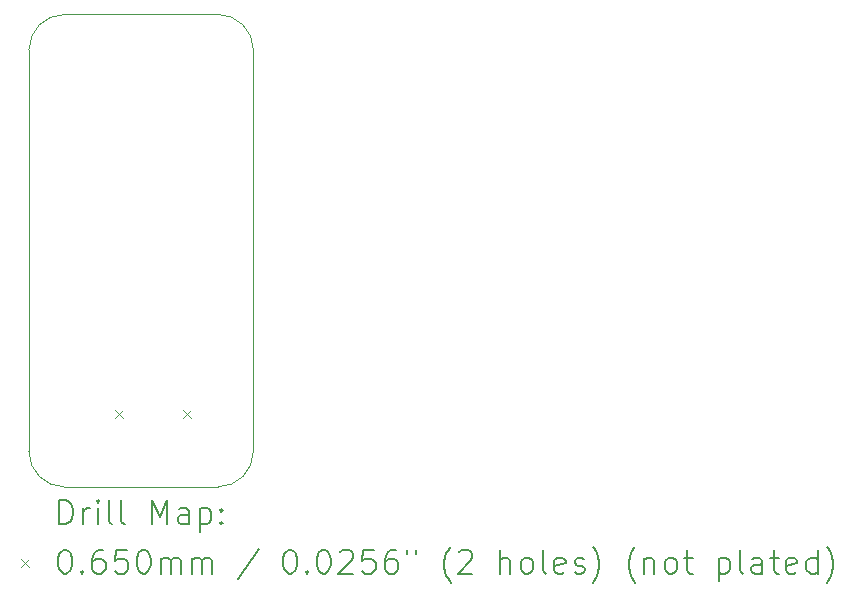
<source format=gbr>
%TF.GenerationSoftware,KiCad,Pcbnew,8.0.7*%
%TF.CreationDate,2024-12-24T16:41:42+01:00*%
%TF.ProjectId,USB2UART_PROG,55534232-5541-4525-945f-50524f472e6b,rev?*%
%TF.SameCoordinates,Original*%
%TF.FileFunction,Drillmap*%
%TF.FilePolarity,Positive*%
%FSLAX45Y45*%
G04 Gerber Fmt 4.5, Leading zero omitted, Abs format (unit mm)*
G04 Created by KiCad (PCBNEW 8.0.7) date 2024-12-24 16:41:42*
%MOMM*%
%LPD*%
G01*
G04 APERTURE LIST*
%ADD10C,0.050000*%
%ADD11C,0.200000*%
%ADD12C,0.100000*%
G04 APERTURE END LIST*
D10*
X14400000Y-10100000D02*
X13100000Y-10100000D01*
X14700000Y-6400000D02*
X14700000Y-9800000D01*
X14400000Y-6100000D02*
G75*
G02*
X14700000Y-6400000I0J-300000D01*
G01*
X13100000Y-10100000D02*
G75*
G02*
X12800000Y-9800000I0J300000D01*
G01*
X14700000Y-9800000D02*
G75*
G02*
X14400000Y-10100000I-300000J0D01*
G01*
X13100000Y-6100000D02*
X14400000Y-6100000D01*
X12800000Y-6400000D02*
G75*
G02*
X13100000Y-6100000I300000J0D01*
G01*
X12800000Y-9800000D02*
X12800000Y-6400000D01*
D11*
D12*
X13528500Y-9449500D02*
X13593500Y-9514500D01*
X13593500Y-9449500D02*
X13528500Y-9514500D01*
X14106500Y-9449500D02*
X14171500Y-9514500D01*
X14171500Y-9449500D02*
X14106500Y-9514500D01*
D11*
X13058277Y-10413984D02*
X13058277Y-10213984D01*
X13058277Y-10213984D02*
X13105896Y-10213984D01*
X13105896Y-10213984D02*
X13134467Y-10223508D01*
X13134467Y-10223508D02*
X13153515Y-10242555D01*
X13153515Y-10242555D02*
X13163039Y-10261603D01*
X13163039Y-10261603D02*
X13172562Y-10299698D01*
X13172562Y-10299698D02*
X13172562Y-10328270D01*
X13172562Y-10328270D02*
X13163039Y-10366365D01*
X13163039Y-10366365D02*
X13153515Y-10385412D01*
X13153515Y-10385412D02*
X13134467Y-10404460D01*
X13134467Y-10404460D02*
X13105896Y-10413984D01*
X13105896Y-10413984D02*
X13058277Y-10413984D01*
X13258277Y-10413984D02*
X13258277Y-10280650D01*
X13258277Y-10318746D02*
X13267801Y-10299698D01*
X13267801Y-10299698D02*
X13277324Y-10290174D01*
X13277324Y-10290174D02*
X13296372Y-10280650D01*
X13296372Y-10280650D02*
X13315420Y-10280650D01*
X13382086Y-10413984D02*
X13382086Y-10280650D01*
X13382086Y-10213984D02*
X13372562Y-10223508D01*
X13372562Y-10223508D02*
X13382086Y-10233031D01*
X13382086Y-10233031D02*
X13391610Y-10223508D01*
X13391610Y-10223508D02*
X13382086Y-10213984D01*
X13382086Y-10213984D02*
X13382086Y-10233031D01*
X13505896Y-10413984D02*
X13486848Y-10404460D01*
X13486848Y-10404460D02*
X13477324Y-10385412D01*
X13477324Y-10385412D02*
X13477324Y-10213984D01*
X13610658Y-10413984D02*
X13591610Y-10404460D01*
X13591610Y-10404460D02*
X13582086Y-10385412D01*
X13582086Y-10385412D02*
X13582086Y-10213984D01*
X13839229Y-10413984D02*
X13839229Y-10213984D01*
X13839229Y-10213984D02*
X13905896Y-10356841D01*
X13905896Y-10356841D02*
X13972562Y-10213984D01*
X13972562Y-10213984D02*
X13972562Y-10413984D01*
X14153515Y-10413984D02*
X14153515Y-10309222D01*
X14153515Y-10309222D02*
X14143991Y-10290174D01*
X14143991Y-10290174D02*
X14124943Y-10280650D01*
X14124943Y-10280650D02*
X14086848Y-10280650D01*
X14086848Y-10280650D02*
X14067801Y-10290174D01*
X14153515Y-10404460D02*
X14134467Y-10413984D01*
X14134467Y-10413984D02*
X14086848Y-10413984D01*
X14086848Y-10413984D02*
X14067801Y-10404460D01*
X14067801Y-10404460D02*
X14058277Y-10385412D01*
X14058277Y-10385412D02*
X14058277Y-10366365D01*
X14058277Y-10366365D02*
X14067801Y-10347317D01*
X14067801Y-10347317D02*
X14086848Y-10337793D01*
X14086848Y-10337793D02*
X14134467Y-10337793D01*
X14134467Y-10337793D02*
X14153515Y-10328270D01*
X14248753Y-10280650D02*
X14248753Y-10480650D01*
X14248753Y-10290174D02*
X14267801Y-10280650D01*
X14267801Y-10280650D02*
X14305896Y-10280650D01*
X14305896Y-10280650D02*
X14324943Y-10290174D01*
X14324943Y-10290174D02*
X14334467Y-10299698D01*
X14334467Y-10299698D02*
X14343991Y-10318746D01*
X14343991Y-10318746D02*
X14343991Y-10375889D01*
X14343991Y-10375889D02*
X14334467Y-10394936D01*
X14334467Y-10394936D02*
X14324943Y-10404460D01*
X14324943Y-10404460D02*
X14305896Y-10413984D01*
X14305896Y-10413984D02*
X14267801Y-10413984D01*
X14267801Y-10413984D02*
X14248753Y-10404460D01*
X14429705Y-10394936D02*
X14439229Y-10404460D01*
X14439229Y-10404460D02*
X14429705Y-10413984D01*
X14429705Y-10413984D02*
X14420182Y-10404460D01*
X14420182Y-10404460D02*
X14429705Y-10394936D01*
X14429705Y-10394936D02*
X14429705Y-10413984D01*
X14429705Y-10290174D02*
X14439229Y-10299698D01*
X14439229Y-10299698D02*
X14429705Y-10309222D01*
X14429705Y-10309222D02*
X14420182Y-10299698D01*
X14420182Y-10299698D02*
X14429705Y-10290174D01*
X14429705Y-10290174D02*
X14429705Y-10309222D01*
D12*
X12732500Y-10710000D02*
X12797500Y-10775000D01*
X12797500Y-10710000D02*
X12732500Y-10775000D01*
D11*
X13096372Y-10633984D02*
X13115420Y-10633984D01*
X13115420Y-10633984D02*
X13134467Y-10643508D01*
X13134467Y-10643508D02*
X13143991Y-10653031D01*
X13143991Y-10653031D02*
X13153515Y-10672079D01*
X13153515Y-10672079D02*
X13163039Y-10710174D01*
X13163039Y-10710174D02*
X13163039Y-10757793D01*
X13163039Y-10757793D02*
X13153515Y-10795889D01*
X13153515Y-10795889D02*
X13143991Y-10814936D01*
X13143991Y-10814936D02*
X13134467Y-10824460D01*
X13134467Y-10824460D02*
X13115420Y-10833984D01*
X13115420Y-10833984D02*
X13096372Y-10833984D01*
X13096372Y-10833984D02*
X13077324Y-10824460D01*
X13077324Y-10824460D02*
X13067801Y-10814936D01*
X13067801Y-10814936D02*
X13058277Y-10795889D01*
X13058277Y-10795889D02*
X13048753Y-10757793D01*
X13048753Y-10757793D02*
X13048753Y-10710174D01*
X13048753Y-10710174D02*
X13058277Y-10672079D01*
X13058277Y-10672079D02*
X13067801Y-10653031D01*
X13067801Y-10653031D02*
X13077324Y-10643508D01*
X13077324Y-10643508D02*
X13096372Y-10633984D01*
X13248753Y-10814936D02*
X13258277Y-10824460D01*
X13258277Y-10824460D02*
X13248753Y-10833984D01*
X13248753Y-10833984D02*
X13239229Y-10824460D01*
X13239229Y-10824460D02*
X13248753Y-10814936D01*
X13248753Y-10814936D02*
X13248753Y-10833984D01*
X13429705Y-10633984D02*
X13391610Y-10633984D01*
X13391610Y-10633984D02*
X13372562Y-10643508D01*
X13372562Y-10643508D02*
X13363039Y-10653031D01*
X13363039Y-10653031D02*
X13343991Y-10681603D01*
X13343991Y-10681603D02*
X13334467Y-10719698D01*
X13334467Y-10719698D02*
X13334467Y-10795889D01*
X13334467Y-10795889D02*
X13343991Y-10814936D01*
X13343991Y-10814936D02*
X13353515Y-10824460D01*
X13353515Y-10824460D02*
X13372562Y-10833984D01*
X13372562Y-10833984D02*
X13410658Y-10833984D01*
X13410658Y-10833984D02*
X13429705Y-10824460D01*
X13429705Y-10824460D02*
X13439229Y-10814936D01*
X13439229Y-10814936D02*
X13448753Y-10795889D01*
X13448753Y-10795889D02*
X13448753Y-10748270D01*
X13448753Y-10748270D02*
X13439229Y-10729222D01*
X13439229Y-10729222D02*
X13429705Y-10719698D01*
X13429705Y-10719698D02*
X13410658Y-10710174D01*
X13410658Y-10710174D02*
X13372562Y-10710174D01*
X13372562Y-10710174D02*
X13353515Y-10719698D01*
X13353515Y-10719698D02*
X13343991Y-10729222D01*
X13343991Y-10729222D02*
X13334467Y-10748270D01*
X13629705Y-10633984D02*
X13534467Y-10633984D01*
X13534467Y-10633984D02*
X13524943Y-10729222D01*
X13524943Y-10729222D02*
X13534467Y-10719698D01*
X13534467Y-10719698D02*
X13553515Y-10710174D01*
X13553515Y-10710174D02*
X13601134Y-10710174D01*
X13601134Y-10710174D02*
X13620182Y-10719698D01*
X13620182Y-10719698D02*
X13629705Y-10729222D01*
X13629705Y-10729222D02*
X13639229Y-10748270D01*
X13639229Y-10748270D02*
X13639229Y-10795889D01*
X13639229Y-10795889D02*
X13629705Y-10814936D01*
X13629705Y-10814936D02*
X13620182Y-10824460D01*
X13620182Y-10824460D02*
X13601134Y-10833984D01*
X13601134Y-10833984D02*
X13553515Y-10833984D01*
X13553515Y-10833984D02*
X13534467Y-10824460D01*
X13534467Y-10824460D02*
X13524943Y-10814936D01*
X13763039Y-10633984D02*
X13782086Y-10633984D01*
X13782086Y-10633984D02*
X13801134Y-10643508D01*
X13801134Y-10643508D02*
X13810658Y-10653031D01*
X13810658Y-10653031D02*
X13820182Y-10672079D01*
X13820182Y-10672079D02*
X13829705Y-10710174D01*
X13829705Y-10710174D02*
X13829705Y-10757793D01*
X13829705Y-10757793D02*
X13820182Y-10795889D01*
X13820182Y-10795889D02*
X13810658Y-10814936D01*
X13810658Y-10814936D02*
X13801134Y-10824460D01*
X13801134Y-10824460D02*
X13782086Y-10833984D01*
X13782086Y-10833984D02*
X13763039Y-10833984D01*
X13763039Y-10833984D02*
X13743991Y-10824460D01*
X13743991Y-10824460D02*
X13734467Y-10814936D01*
X13734467Y-10814936D02*
X13724943Y-10795889D01*
X13724943Y-10795889D02*
X13715420Y-10757793D01*
X13715420Y-10757793D02*
X13715420Y-10710174D01*
X13715420Y-10710174D02*
X13724943Y-10672079D01*
X13724943Y-10672079D02*
X13734467Y-10653031D01*
X13734467Y-10653031D02*
X13743991Y-10643508D01*
X13743991Y-10643508D02*
X13763039Y-10633984D01*
X13915420Y-10833984D02*
X13915420Y-10700650D01*
X13915420Y-10719698D02*
X13924943Y-10710174D01*
X13924943Y-10710174D02*
X13943991Y-10700650D01*
X13943991Y-10700650D02*
X13972563Y-10700650D01*
X13972563Y-10700650D02*
X13991610Y-10710174D01*
X13991610Y-10710174D02*
X14001134Y-10729222D01*
X14001134Y-10729222D02*
X14001134Y-10833984D01*
X14001134Y-10729222D02*
X14010658Y-10710174D01*
X14010658Y-10710174D02*
X14029705Y-10700650D01*
X14029705Y-10700650D02*
X14058277Y-10700650D01*
X14058277Y-10700650D02*
X14077324Y-10710174D01*
X14077324Y-10710174D02*
X14086848Y-10729222D01*
X14086848Y-10729222D02*
X14086848Y-10833984D01*
X14182086Y-10833984D02*
X14182086Y-10700650D01*
X14182086Y-10719698D02*
X14191610Y-10710174D01*
X14191610Y-10710174D02*
X14210658Y-10700650D01*
X14210658Y-10700650D02*
X14239229Y-10700650D01*
X14239229Y-10700650D02*
X14258277Y-10710174D01*
X14258277Y-10710174D02*
X14267801Y-10729222D01*
X14267801Y-10729222D02*
X14267801Y-10833984D01*
X14267801Y-10729222D02*
X14277324Y-10710174D01*
X14277324Y-10710174D02*
X14296372Y-10700650D01*
X14296372Y-10700650D02*
X14324943Y-10700650D01*
X14324943Y-10700650D02*
X14343991Y-10710174D01*
X14343991Y-10710174D02*
X14353515Y-10729222D01*
X14353515Y-10729222D02*
X14353515Y-10833984D01*
X14743991Y-10624460D02*
X14572563Y-10881603D01*
X15001134Y-10633984D02*
X15020182Y-10633984D01*
X15020182Y-10633984D02*
X15039229Y-10643508D01*
X15039229Y-10643508D02*
X15048753Y-10653031D01*
X15048753Y-10653031D02*
X15058277Y-10672079D01*
X15058277Y-10672079D02*
X15067801Y-10710174D01*
X15067801Y-10710174D02*
X15067801Y-10757793D01*
X15067801Y-10757793D02*
X15058277Y-10795889D01*
X15058277Y-10795889D02*
X15048753Y-10814936D01*
X15048753Y-10814936D02*
X15039229Y-10824460D01*
X15039229Y-10824460D02*
X15020182Y-10833984D01*
X15020182Y-10833984D02*
X15001134Y-10833984D01*
X15001134Y-10833984D02*
X14982086Y-10824460D01*
X14982086Y-10824460D02*
X14972563Y-10814936D01*
X14972563Y-10814936D02*
X14963039Y-10795889D01*
X14963039Y-10795889D02*
X14953515Y-10757793D01*
X14953515Y-10757793D02*
X14953515Y-10710174D01*
X14953515Y-10710174D02*
X14963039Y-10672079D01*
X14963039Y-10672079D02*
X14972563Y-10653031D01*
X14972563Y-10653031D02*
X14982086Y-10643508D01*
X14982086Y-10643508D02*
X15001134Y-10633984D01*
X15153515Y-10814936D02*
X15163039Y-10824460D01*
X15163039Y-10824460D02*
X15153515Y-10833984D01*
X15153515Y-10833984D02*
X15143991Y-10824460D01*
X15143991Y-10824460D02*
X15153515Y-10814936D01*
X15153515Y-10814936D02*
X15153515Y-10833984D01*
X15286848Y-10633984D02*
X15305896Y-10633984D01*
X15305896Y-10633984D02*
X15324944Y-10643508D01*
X15324944Y-10643508D02*
X15334467Y-10653031D01*
X15334467Y-10653031D02*
X15343991Y-10672079D01*
X15343991Y-10672079D02*
X15353515Y-10710174D01*
X15353515Y-10710174D02*
X15353515Y-10757793D01*
X15353515Y-10757793D02*
X15343991Y-10795889D01*
X15343991Y-10795889D02*
X15334467Y-10814936D01*
X15334467Y-10814936D02*
X15324944Y-10824460D01*
X15324944Y-10824460D02*
X15305896Y-10833984D01*
X15305896Y-10833984D02*
X15286848Y-10833984D01*
X15286848Y-10833984D02*
X15267801Y-10824460D01*
X15267801Y-10824460D02*
X15258277Y-10814936D01*
X15258277Y-10814936D02*
X15248753Y-10795889D01*
X15248753Y-10795889D02*
X15239229Y-10757793D01*
X15239229Y-10757793D02*
X15239229Y-10710174D01*
X15239229Y-10710174D02*
X15248753Y-10672079D01*
X15248753Y-10672079D02*
X15258277Y-10653031D01*
X15258277Y-10653031D02*
X15267801Y-10643508D01*
X15267801Y-10643508D02*
X15286848Y-10633984D01*
X15429706Y-10653031D02*
X15439229Y-10643508D01*
X15439229Y-10643508D02*
X15458277Y-10633984D01*
X15458277Y-10633984D02*
X15505896Y-10633984D01*
X15505896Y-10633984D02*
X15524944Y-10643508D01*
X15524944Y-10643508D02*
X15534467Y-10653031D01*
X15534467Y-10653031D02*
X15543991Y-10672079D01*
X15543991Y-10672079D02*
X15543991Y-10691127D01*
X15543991Y-10691127D02*
X15534467Y-10719698D01*
X15534467Y-10719698D02*
X15420182Y-10833984D01*
X15420182Y-10833984D02*
X15543991Y-10833984D01*
X15724944Y-10633984D02*
X15629706Y-10633984D01*
X15629706Y-10633984D02*
X15620182Y-10729222D01*
X15620182Y-10729222D02*
X15629706Y-10719698D01*
X15629706Y-10719698D02*
X15648753Y-10710174D01*
X15648753Y-10710174D02*
X15696372Y-10710174D01*
X15696372Y-10710174D02*
X15715420Y-10719698D01*
X15715420Y-10719698D02*
X15724944Y-10729222D01*
X15724944Y-10729222D02*
X15734467Y-10748270D01*
X15734467Y-10748270D02*
X15734467Y-10795889D01*
X15734467Y-10795889D02*
X15724944Y-10814936D01*
X15724944Y-10814936D02*
X15715420Y-10824460D01*
X15715420Y-10824460D02*
X15696372Y-10833984D01*
X15696372Y-10833984D02*
X15648753Y-10833984D01*
X15648753Y-10833984D02*
X15629706Y-10824460D01*
X15629706Y-10824460D02*
X15620182Y-10814936D01*
X15905896Y-10633984D02*
X15867801Y-10633984D01*
X15867801Y-10633984D02*
X15848753Y-10643508D01*
X15848753Y-10643508D02*
X15839229Y-10653031D01*
X15839229Y-10653031D02*
X15820182Y-10681603D01*
X15820182Y-10681603D02*
X15810658Y-10719698D01*
X15810658Y-10719698D02*
X15810658Y-10795889D01*
X15810658Y-10795889D02*
X15820182Y-10814936D01*
X15820182Y-10814936D02*
X15829706Y-10824460D01*
X15829706Y-10824460D02*
X15848753Y-10833984D01*
X15848753Y-10833984D02*
X15886848Y-10833984D01*
X15886848Y-10833984D02*
X15905896Y-10824460D01*
X15905896Y-10824460D02*
X15915420Y-10814936D01*
X15915420Y-10814936D02*
X15924944Y-10795889D01*
X15924944Y-10795889D02*
X15924944Y-10748270D01*
X15924944Y-10748270D02*
X15915420Y-10729222D01*
X15915420Y-10729222D02*
X15905896Y-10719698D01*
X15905896Y-10719698D02*
X15886848Y-10710174D01*
X15886848Y-10710174D02*
X15848753Y-10710174D01*
X15848753Y-10710174D02*
X15829706Y-10719698D01*
X15829706Y-10719698D02*
X15820182Y-10729222D01*
X15820182Y-10729222D02*
X15810658Y-10748270D01*
X16001134Y-10633984D02*
X16001134Y-10672079D01*
X16077325Y-10633984D02*
X16077325Y-10672079D01*
X16372563Y-10910174D02*
X16363039Y-10900650D01*
X16363039Y-10900650D02*
X16343991Y-10872079D01*
X16343991Y-10872079D02*
X16334468Y-10853031D01*
X16334468Y-10853031D02*
X16324944Y-10824460D01*
X16324944Y-10824460D02*
X16315420Y-10776841D01*
X16315420Y-10776841D02*
X16315420Y-10738746D01*
X16315420Y-10738746D02*
X16324944Y-10691127D01*
X16324944Y-10691127D02*
X16334468Y-10662555D01*
X16334468Y-10662555D02*
X16343991Y-10643508D01*
X16343991Y-10643508D02*
X16363039Y-10614936D01*
X16363039Y-10614936D02*
X16372563Y-10605412D01*
X16439229Y-10653031D02*
X16448753Y-10643508D01*
X16448753Y-10643508D02*
X16467801Y-10633984D01*
X16467801Y-10633984D02*
X16515420Y-10633984D01*
X16515420Y-10633984D02*
X16534468Y-10643508D01*
X16534468Y-10643508D02*
X16543991Y-10653031D01*
X16543991Y-10653031D02*
X16553515Y-10672079D01*
X16553515Y-10672079D02*
X16553515Y-10691127D01*
X16553515Y-10691127D02*
X16543991Y-10719698D01*
X16543991Y-10719698D02*
X16429706Y-10833984D01*
X16429706Y-10833984D02*
X16553515Y-10833984D01*
X16791611Y-10833984D02*
X16791611Y-10633984D01*
X16877325Y-10833984D02*
X16877325Y-10729222D01*
X16877325Y-10729222D02*
X16867801Y-10710174D01*
X16867801Y-10710174D02*
X16848753Y-10700650D01*
X16848753Y-10700650D02*
X16820182Y-10700650D01*
X16820182Y-10700650D02*
X16801134Y-10710174D01*
X16801134Y-10710174D02*
X16791611Y-10719698D01*
X17001134Y-10833984D02*
X16982087Y-10824460D01*
X16982087Y-10824460D02*
X16972563Y-10814936D01*
X16972563Y-10814936D02*
X16963039Y-10795889D01*
X16963039Y-10795889D02*
X16963039Y-10738746D01*
X16963039Y-10738746D02*
X16972563Y-10719698D01*
X16972563Y-10719698D02*
X16982087Y-10710174D01*
X16982087Y-10710174D02*
X17001134Y-10700650D01*
X17001134Y-10700650D02*
X17029706Y-10700650D01*
X17029706Y-10700650D02*
X17048753Y-10710174D01*
X17048753Y-10710174D02*
X17058277Y-10719698D01*
X17058277Y-10719698D02*
X17067801Y-10738746D01*
X17067801Y-10738746D02*
X17067801Y-10795889D01*
X17067801Y-10795889D02*
X17058277Y-10814936D01*
X17058277Y-10814936D02*
X17048753Y-10824460D01*
X17048753Y-10824460D02*
X17029706Y-10833984D01*
X17029706Y-10833984D02*
X17001134Y-10833984D01*
X17182087Y-10833984D02*
X17163039Y-10824460D01*
X17163039Y-10824460D02*
X17153515Y-10805412D01*
X17153515Y-10805412D02*
X17153515Y-10633984D01*
X17334468Y-10824460D02*
X17315420Y-10833984D01*
X17315420Y-10833984D02*
X17277325Y-10833984D01*
X17277325Y-10833984D02*
X17258277Y-10824460D01*
X17258277Y-10824460D02*
X17248753Y-10805412D01*
X17248753Y-10805412D02*
X17248753Y-10729222D01*
X17248753Y-10729222D02*
X17258277Y-10710174D01*
X17258277Y-10710174D02*
X17277325Y-10700650D01*
X17277325Y-10700650D02*
X17315420Y-10700650D01*
X17315420Y-10700650D02*
X17334468Y-10710174D01*
X17334468Y-10710174D02*
X17343992Y-10729222D01*
X17343992Y-10729222D02*
X17343992Y-10748270D01*
X17343992Y-10748270D02*
X17248753Y-10767317D01*
X17420182Y-10824460D02*
X17439230Y-10833984D01*
X17439230Y-10833984D02*
X17477325Y-10833984D01*
X17477325Y-10833984D02*
X17496373Y-10824460D01*
X17496373Y-10824460D02*
X17505896Y-10805412D01*
X17505896Y-10805412D02*
X17505896Y-10795889D01*
X17505896Y-10795889D02*
X17496373Y-10776841D01*
X17496373Y-10776841D02*
X17477325Y-10767317D01*
X17477325Y-10767317D02*
X17448753Y-10767317D01*
X17448753Y-10767317D02*
X17429706Y-10757793D01*
X17429706Y-10757793D02*
X17420182Y-10738746D01*
X17420182Y-10738746D02*
X17420182Y-10729222D01*
X17420182Y-10729222D02*
X17429706Y-10710174D01*
X17429706Y-10710174D02*
X17448753Y-10700650D01*
X17448753Y-10700650D02*
X17477325Y-10700650D01*
X17477325Y-10700650D02*
X17496373Y-10710174D01*
X17572563Y-10910174D02*
X17582087Y-10900650D01*
X17582087Y-10900650D02*
X17601134Y-10872079D01*
X17601134Y-10872079D02*
X17610658Y-10853031D01*
X17610658Y-10853031D02*
X17620182Y-10824460D01*
X17620182Y-10824460D02*
X17629706Y-10776841D01*
X17629706Y-10776841D02*
X17629706Y-10738746D01*
X17629706Y-10738746D02*
X17620182Y-10691127D01*
X17620182Y-10691127D02*
X17610658Y-10662555D01*
X17610658Y-10662555D02*
X17601134Y-10643508D01*
X17601134Y-10643508D02*
X17582087Y-10614936D01*
X17582087Y-10614936D02*
X17572563Y-10605412D01*
X17934468Y-10910174D02*
X17924944Y-10900650D01*
X17924944Y-10900650D02*
X17905896Y-10872079D01*
X17905896Y-10872079D02*
X17896373Y-10853031D01*
X17896373Y-10853031D02*
X17886849Y-10824460D01*
X17886849Y-10824460D02*
X17877325Y-10776841D01*
X17877325Y-10776841D02*
X17877325Y-10738746D01*
X17877325Y-10738746D02*
X17886849Y-10691127D01*
X17886849Y-10691127D02*
X17896373Y-10662555D01*
X17896373Y-10662555D02*
X17905896Y-10643508D01*
X17905896Y-10643508D02*
X17924944Y-10614936D01*
X17924944Y-10614936D02*
X17934468Y-10605412D01*
X18010658Y-10700650D02*
X18010658Y-10833984D01*
X18010658Y-10719698D02*
X18020182Y-10710174D01*
X18020182Y-10710174D02*
X18039230Y-10700650D01*
X18039230Y-10700650D02*
X18067801Y-10700650D01*
X18067801Y-10700650D02*
X18086849Y-10710174D01*
X18086849Y-10710174D02*
X18096373Y-10729222D01*
X18096373Y-10729222D02*
X18096373Y-10833984D01*
X18220182Y-10833984D02*
X18201134Y-10824460D01*
X18201134Y-10824460D02*
X18191611Y-10814936D01*
X18191611Y-10814936D02*
X18182087Y-10795889D01*
X18182087Y-10795889D02*
X18182087Y-10738746D01*
X18182087Y-10738746D02*
X18191611Y-10719698D01*
X18191611Y-10719698D02*
X18201134Y-10710174D01*
X18201134Y-10710174D02*
X18220182Y-10700650D01*
X18220182Y-10700650D02*
X18248754Y-10700650D01*
X18248754Y-10700650D02*
X18267801Y-10710174D01*
X18267801Y-10710174D02*
X18277325Y-10719698D01*
X18277325Y-10719698D02*
X18286849Y-10738746D01*
X18286849Y-10738746D02*
X18286849Y-10795889D01*
X18286849Y-10795889D02*
X18277325Y-10814936D01*
X18277325Y-10814936D02*
X18267801Y-10824460D01*
X18267801Y-10824460D02*
X18248754Y-10833984D01*
X18248754Y-10833984D02*
X18220182Y-10833984D01*
X18343992Y-10700650D02*
X18420182Y-10700650D01*
X18372563Y-10633984D02*
X18372563Y-10805412D01*
X18372563Y-10805412D02*
X18382087Y-10824460D01*
X18382087Y-10824460D02*
X18401134Y-10833984D01*
X18401134Y-10833984D02*
X18420182Y-10833984D01*
X18639230Y-10700650D02*
X18639230Y-10900650D01*
X18639230Y-10710174D02*
X18658277Y-10700650D01*
X18658277Y-10700650D02*
X18696373Y-10700650D01*
X18696373Y-10700650D02*
X18715420Y-10710174D01*
X18715420Y-10710174D02*
X18724944Y-10719698D01*
X18724944Y-10719698D02*
X18734468Y-10738746D01*
X18734468Y-10738746D02*
X18734468Y-10795889D01*
X18734468Y-10795889D02*
X18724944Y-10814936D01*
X18724944Y-10814936D02*
X18715420Y-10824460D01*
X18715420Y-10824460D02*
X18696373Y-10833984D01*
X18696373Y-10833984D02*
X18658277Y-10833984D01*
X18658277Y-10833984D02*
X18639230Y-10824460D01*
X18848754Y-10833984D02*
X18829706Y-10824460D01*
X18829706Y-10824460D02*
X18820182Y-10805412D01*
X18820182Y-10805412D02*
X18820182Y-10633984D01*
X19010658Y-10833984D02*
X19010658Y-10729222D01*
X19010658Y-10729222D02*
X19001135Y-10710174D01*
X19001135Y-10710174D02*
X18982087Y-10700650D01*
X18982087Y-10700650D02*
X18943992Y-10700650D01*
X18943992Y-10700650D02*
X18924944Y-10710174D01*
X19010658Y-10824460D02*
X18991611Y-10833984D01*
X18991611Y-10833984D02*
X18943992Y-10833984D01*
X18943992Y-10833984D02*
X18924944Y-10824460D01*
X18924944Y-10824460D02*
X18915420Y-10805412D01*
X18915420Y-10805412D02*
X18915420Y-10786365D01*
X18915420Y-10786365D02*
X18924944Y-10767317D01*
X18924944Y-10767317D02*
X18943992Y-10757793D01*
X18943992Y-10757793D02*
X18991611Y-10757793D01*
X18991611Y-10757793D02*
X19010658Y-10748270D01*
X19077325Y-10700650D02*
X19153515Y-10700650D01*
X19105896Y-10633984D02*
X19105896Y-10805412D01*
X19105896Y-10805412D02*
X19115420Y-10824460D01*
X19115420Y-10824460D02*
X19134468Y-10833984D01*
X19134468Y-10833984D02*
X19153515Y-10833984D01*
X19296373Y-10824460D02*
X19277325Y-10833984D01*
X19277325Y-10833984D02*
X19239230Y-10833984D01*
X19239230Y-10833984D02*
X19220182Y-10824460D01*
X19220182Y-10824460D02*
X19210658Y-10805412D01*
X19210658Y-10805412D02*
X19210658Y-10729222D01*
X19210658Y-10729222D02*
X19220182Y-10710174D01*
X19220182Y-10710174D02*
X19239230Y-10700650D01*
X19239230Y-10700650D02*
X19277325Y-10700650D01*
X19277325Y-10700650D02*
X19296373Y-10710174D01*
X19296373Y-10710174D02*
X19305896Y-10729222D01*
X19305896Y-10729222D02*
X19305896Y-10748270D01*
X19305896Y-10748270D02*
X19210658Y-10767317D01*
X19477325Y-10833984D02*
X19477325Y-10633984D01*
X19477325Y-10824460D02*
X19458277Y-10833984D01*
X19458277Y-10833984D02*
X19420182Y-10833984D01*
X19420182Y-10833984D02*
X19401135Y-10824460D01*
X19401135Y-10824460D02*
X19391611Y-10814936D01*
X19391611Y-10814936D02*
X19382087Y-10795889D01*
X19382087Y-10795889D02*
X19382087Y-10738746D01*
X19382087Y-10738746D02*
X19391611Y-10719698D01*
X19391611Y-10719698D02*
X19401135Y-10710174D01*
X19401135Y-10710174D02*
X19420182Y-10700650D01*
X19420182Y-10700650D02*
X19458277Y-10700650D01*
X19458277Y-10700650D02*
X19477325Y-10710174D01*
X19553516Y-10910174D02*
X19563039Y-10900650D01*
X19563039Y-10900650D02*
X19582087Y-10872079D01*
X19582087Y-10872079D02*
X19591611Y-10853031D01*
X19591611Y-10853031D02*
X19601135Y-10824460D01*
X19601135Y-10824460D02*
X19610658Y-10776841D01*
X19610658Y-10776841D02*
X19610658Y-10738746D01*
X19610658Y-10738746D02*
X19601135Y-10691127D01*
X19601135Y-10691127D02*
X19591611Y-10662555D01*
X19591611Y-10662555D02*
X19582087Y-10643508D01*
X19582087Y-10643508D02*
X19563039Y-10614936D01*
X19563039Y-10614936D02*
X19553516Y-10605412D01*
M02*

</source>
